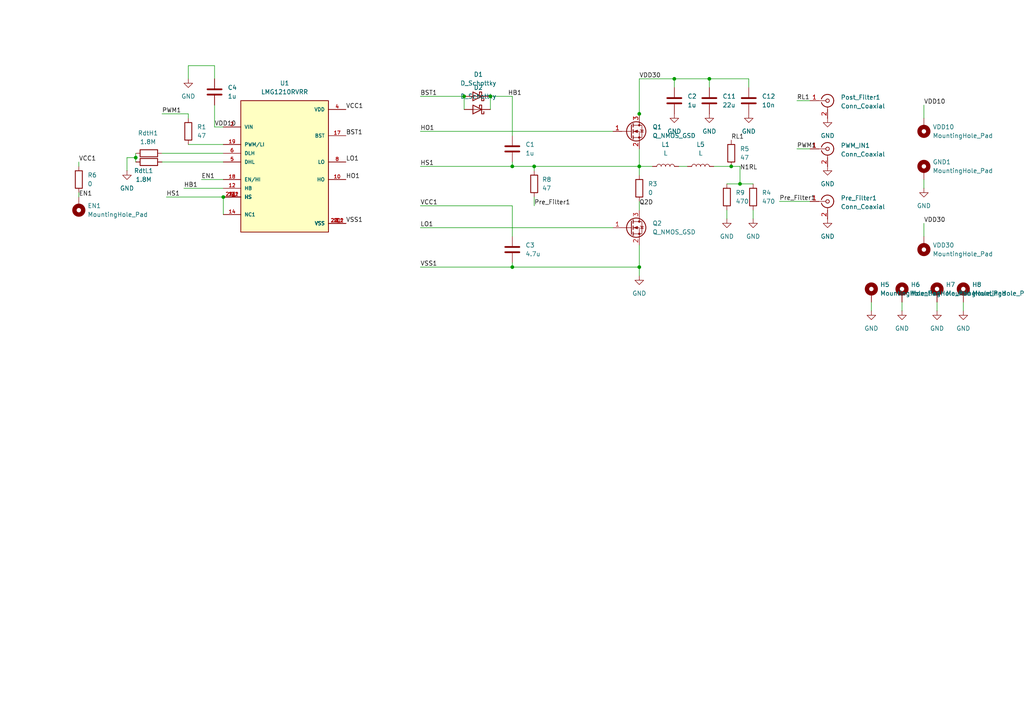
<source format=kicad_sch>
(kicad_sch (version 20231120) (generator "eeschema") (generator_version "8.0")
  (paper "A4")
  (lib_symbols
    (symbol "Connector:Conn_Coaxial" (pin_names (offset 1.016) hide)
      (property "Reference" "J" (at 0.254 3.048 0))
      (property "Value" "Conn_Coaxial" (at 2.921 0 90))
      (symbol "Conn_Coaxial_0_1"
        (arc (start -1.778 -0.508) (mid 0.2311 -1.8066) (end 1.778 0) (stroke (width 0.254)))
        (polyline (pts (xy -2.54 0) (xy -0.508 0)))
        (polyline (pts (xy 0 -2.54) (xy 0 -1.778)))
        (circle (center 0 0) (radius 0.508) (stroke (width 0.2032)))
        (arc (start 1.778 0) (mid 0.2099 1.8101) (end -1.778 0.508) (stroke (width 0.254)))
      )
      (symbol "Conn_Coaxial_1_1"
        (pin passive line (at -5.08 0 0) (length 2.54) (name "In") (number "1"))
        (pin passive line (at 0 -5.08 90) (length 2.54) (name "Ext") (number "2"))
      )
    )
    (symbol "D_Schottky_1" (pin_numbers hide) (pin_names (offset 1.016) hide)
      (property "Reference" "D1" (at -0.3175 -6.35 0))
      (property "Value" "D_Schottky" (at -0.3175 -3.81 0))
      (symbol "D_Schottky_1_0_1"
        (polyline (pts (xy 1.27 0) (xy -1.27 0)))
        (polyline (pts (xy 1.27 1.27) (xy 1.27 -1.27) (xy -1.27 0) (xy 1.27 1.27)) (stroke (width 0.254)))
        (polyline (pts (xy -1.905 0.635) (xy -1.905 1.27) (xy -1.27 1.27) (xy -1.27 -1.27) (xy -0.635 -1.27) (xy -0.635 -0.635)) (stroke (width 0.254)))
      )
      (symbol "D_Schottky_1_1_1"
        (pin passive line (at -3.81 0 0) (length 2.54) (name "K") (number "1"))
        (pin passive line (at 3.81 0 180) (length 2.54) (name "A") (number "3"))
      )
    )
    (symbol "Device:C" (pin_numbers hide) (pin_names (offset 0.254))
      (property "Reference" "C" (at 0.635 2.54 0))
      (property "Value" "C" (at 0.635 -2.54 0))
      (symbol "C_0_1"
        (polyline (pts (xy -2.032 -0.762) (xy 2.032 -0.762)) (stroke (width 0.508)))
        (polyline (pts (xy -2.032 0.762) (xy 2.032 0.762)) (stroke (width 0.508)))
      )
      (symbol "C_1_1"
        (pin passive line (at 0 3.81 270) (length 2.794) (name "~") (number "1"))
        (pin passive line (at 0 -3.81 90) (length 2.794) (name "~") (number "2"))
      )
    )
    (symbol "Device:L" (pin_numbers hide) (pin_names (offset 1.016) hide)
      (property "Reference" "L" (at -1.27 0 90))
      (property "Value" "L" (at 1.905 0 90))
      (symbol "L_0_1"
        (arc (start 0 -2.54) (mid 0.6323 -1.905) (end 0 -1.27))
        (arc (start 0 -1.27) (mid 0.6323 -0.635) (end 0 0))
        (arc (start 0 0) (mid 0.6323 0.635) (end 0 1.27))
        (arc (start 0 1.27) (mid 0.6323 1.905) (end 0 2.54))
      )
      (symbol "L_1_1"
        (pin passive line (at 0 3.81 270) (length 1.27) (name "1") (number "1"))
        (pin passive line (at 0 -3.81 90) (length 1.27) (name "2") (number "2"))
      )
    )
    (symbol "Device:Q_NMOS_GSD" (pin_names (offset 0) hide)
      (property "Reference" "Q" (at 5.08 1.27 0))
      (property "Value" "Q_NMOS_GSD" (at 5.08 -1.27 0))
      (symbol "Q_NMOS_GSD_0_1"
        (polyline (pts (xy 0.254 0) (xy -2.54 0)))
        (polyline (pts (xy 0.254 1.905) (xy 0.254 -1.905)) (stroke (width 0.254)))
        (polyline (pts (xy 0.762 -1.27) (xy 0.762 -2.286)) (stroke (width 0.254)))
        (polyline (pts (xy 0.762 0.508) (xy 0.762 -0.508)) (stroke (width 0.254)))
        (polyline (pts (xy 0.762 2.286) (xy 0.762 1.27)) (stroke (width 0.254)))
        (polyline (pts (xy 2.54 2.54) (xy 2.54 1.778)))
        (polyline (pts (xy 2.54 -2.54) (xy 2.54 0) (xy 0.762 0)))
        (polyline (pts (xy 0.762 -1.778) (xy 3.302 -1.778) (xy 3.302 1.778) (xy 0.762 1.778)))
        (polyline (pts (xy 1.016 0) (xy 2.032 0.381) (xy 2.032 -0.381) (xy 1.016 0)) (fill (type outline)))
        (polyline (pts (xy 2.794 0.508) (xy 2.921 0.381) (xy 3.683 0.381) (xy 3.81 0.254)))
        (polyline (pts (xy 3.302 0.381) (xy 2.921 -0.254) (xy 3.683 -0.254) (xy 3.302 0.381)))
        (circle (center 1.651 0) (radius 2.794) (stroke (width 0.254)))
        (circle (center 2.54 -1.778) (radius 0.254) (fill (type outline)))
        (circle (center 2.54 1.778) (radius 0.254) (fill (type outline)))
      )
      (symbol "Q_NMOS_GSD_1_1"
        (pin input line (at -5.08 0 0) (length 2.54) (name "G") (number "1"))
        (pin passive line (at 2.54 -5.08 90) (length 2.54) (name "S") (number "2"))
        (pin passive line (at 2.54 5.08 270) (length 2.54) (name "D") (number "3"))
      )
    )
    (symbol "Device:R" (pin_numbers hide) (pin_names (offset 0))
      (property "Reference" "R" (at 2.032 0 90))
      (property "Value" "R" (at 0 0 90))
      (symbol "R_0_1"
        (rectangle (start -1.016 -2.54) (end 1.016 2.54) (stroke (width 0.254)))
      )
      (symbol "R_1_1"
        (pin passive line (at 0 3.81 270) (length 1.27) (name "~") (number "1"))
        (pin passive line (at 0 -3.81 90) (length 1.27) (name "~") (number "2"))
      )
    )
    (symbol "LMG1210RVRR:LMG1210RVRR" (pin_names (offset 1.016))
      (property "Reference" "U" (at -12.7 21.082 0))
      (property "Value" "LMG1210RVRR" (at -12.7 -19.05 0))
      (symbol "LMG1210RVRR_0_0"
        (rectangle (start -12.7 -17.78) (end 12.7 20.32) (stroke (width 0.254)) (fill (type background)))
        (pin output line (at 17.78 -2.54 180) (length 5.08) (name "HO") (number "10"))
        (pin input line (at -17.78 -5.08 0) (length 5.08) (name "HB") (number "12"))
        (pin input line (at -17.78 -7.62 0) (length 5.08) (name "HS") (number "13"))
        (pin passive line (at -17.78 -12.7 0) (length 5.08) (name "NC1") (number "14"))
        (pin input line (at -17.78 -7.62 0) (length 5.08) (name "HS") (number "16"))
        (pin output line (at 17.78 10.16 180) (length 5.08) (name "BST") (number "17"))
        (pin input line (at -17.78 -2.54 0) (length 5.08) (name "EN/HI") (number "18"))
        (pin input line (at -17.78 7.62 0) (length 5.08) (name "PWM/LI") (number "19"))
        (pin input line (at -17.78 12.7 0) (length 5.08) (name "VIN") (number "2"))
        (pin power_in line (at 17.78 -15.24 180) (length 5.08) (name "VSS") (number "20"))
        (pin power_in line (at 17.78 -15.24 180) (length 5.08) (name "VSS") (number "20_1"))
        (pin power_in line (at 17.78 -15.24 180) (length 5.08) (name "VSS") (number "20_2"))
        (pin input line (at -17.78 -7.62 0) (length 5.08) (name "HS") (number "21"))
        (pin input line (at -17.78 -7.62 0) (length 5.08) (name "HS") (number "21_1"))
        (pin input line (at -17.78 -7.62 0) (length 5.08) (name "HS") (number "21_2"))
        (pin power_in line (at 17.78 -15.24 180) (length 5.08) (name "VSS") (number "3"))
        (pin power_in line (at 17.78 17.78 180) (length 5.08) (name "VDD") (number "4"))
        (pin input line (at -17.78 2.54 0) (length 5.08) (name "DHL") (number "5"))
        (pin input line (at -17.78 5.08 0) (length 5.08) (name "DLH") (number "6"))
        (pin power_in line (at 17.78 -15.24 180) (length 5.08) (name "VSS") (number "7"))
        (pin output line (at 17.78 2.54 180) (length 5.08) (name "LO") (number "8"))
        (pin input line (at -17.78 -7.62 0) (length 5.08) (name "HS") (number "9"))
      )
    )
    (symbol "Mechanical:MountingHole_Pad" (pin_numbers hide) (pin_names (offset 1.016) hide) (exclude_from_sim yes) (in_bom no)
      (property "Reference" "H" (at 0 6.35 0))
      (property "Value" "MountingHole_Pad" (at 0 4.445 0))
      (symbol "MountingHole_Pad_0_1"
        (circle (center 0 1.27) (radius 1.27) (stroke (width 1.27)))
      )
      (symbol "MountingHole_Pad_1_1"
        (pin input line (at 0 -2.54 90) (length 2.54) (name "1") (number "1"))
      )
    )
    (symbol "power:GND" (power) (pin_numbers hide) (pin_names (offset 0) hide)
      (property "Value" "GND" (at 0 -3.81 0))
      (symbol "GND_0_1"
        (polyline (pts (xy 0 0) (xy 0 -1.27) (xy 1.27 -1.27) (xy 0 -2.54) (xy -1.27 -1.27) (xy 0 -1.27)))
      )
      (symbol "GND_1_1"
        (pin power_in line (at 0 0 270) (length 0) (name "~") (number "1"))
      )
    )
  )
  (junction (at 64.77 57.15))
  (junction (at 148.59 48.26))
  (junction (at 185.42 33.02))
  (junction (at 148.59 77.47))
  (junction (at 154.94 48.26))
  (junction (at 142.24 27.94))
  (junction (at 214.63 53.34))
  (junction (at 212.09 48.26))
  (junction (at 134.62 27.94))
  (junction (at 185.42 77.47))
  (junction (at 185.42 48.26))
  (junction (at 195.58 22.86))
  (junction (at 205.74 22.86))
  (junction (at 39.37 45.72))
  (wire (pts (xy 212.09 48.26) (xy 214.63 48.26)))
  (wire (pts (xy 148.59 48.26) (xy 154.94 48.26)))
  (wire (pts (xy 154.94 48.26) (xy 185.42 48.26)))
  (wire (pts (xy 195.58 22.86) (xy 205.74 22.86)))
  (wire (pts (xy 185.42 43.18) (xy 185.42 48.26)))
  (wire (pts (xy 205.74 22.86) (xy 205.74 25.4)))
  (wire (pts (xy 261.62 87.63) (xy 261.62 90.17)))
  (wire (pts (xy 154.94 57.15) (xy 154.94 59.69)))
  (wire (pts (xy 185.42 22.86) (xy 185.42 33.02)))
  (wire (pts (xy 134.62 27.94) (xy 134.62 31.75)))
  (wire (pts (xy 271.78 87.63) (xy 271.78 90.17)))
  (wire (pts (xy 148.59 27.94) (xy 148.59 39.37)))
  (wire (pts (xy 279.4 87.63) (xy 279.4 90.17)))
  (wire (pts (xy 252.73 87.63) (xy 252.73 90.17)))
  (wire (pts (xy 148.59 68.58) (xy 148.59 59.69)))
  (wire (pts (xy 64.77 36.83) (xy 62.23 36.83)))
  (wire (pts (xy 205.74 22.86) (xy 217.17 22.86)))
  (wire (pts (xy 121.92 77.47) (xy 148.59 77.47)))
  (wire (pts (xy 210.82 60.96) (xy 210.82 63.5)))
  (wire (pts (xy 231.14 43.18) (xy 234.95 43.18)))
  (wire (pts (xy 218.44 60.96) (xy 218.44 63.5)))
  (wire (pts (xy 267.97 30.48) (xy 267.97 34.29)))
  (wire (pts (xy 185.42 77.47) (xy 185.42 80.01)))
  (wire (pts (xy 64.77 57.15) (xy 64.77 62.23)))
  (wire (pts (xy 36.83 45.72) (xy 36.83 49.53)))
  (wire (pts (xy 185.42 33.02) (xy 185.42 34.29)))
  (wire (pts (xy 46.99 44.45) (xy 64.77 44.45)))
  (wire (pts (xy 22.86 46.99) (xy 22.86 48.26)))
  (wire (pts (xy 121.92 27.94) (xy 134.62 27.94)))
  (wire (pts (xy 267.97 64.77) (xy 267.97 68.58)))
  (wire (pts (xy 185.42 58.42) (xy 185.42 60.96)))
  (wire (pts (xy 39.37 45.72) (xy 39.37 46.99)))
  (wire (pts (xy 214.63 53.34) (xy 214.63 48.26)))
  (wire (pts (xy 196.85 48.26) (xy 199.39 48.26)))
  (wire (pts (xy 214.63 53.34) (xy 218.44 53.34)))
  (wire (pts (xy 48.26 57.15) (xy 64.77 57.15)))
  (wire (pts (xy 210.82 53.34) (xy 214.63 53.34)))
  (wire (pts (xy 148.59 48.26) (xy 148.59 46.99)))
  (wire (pts (xy 62.23 36.83) (xy 62.23 30.48)))
  (wire (pts (xy 185.42 48.26) (xy 185.42 50.8)))
  (wire (pts (xy 207.01 48.26) (xy 212.09 48.26)))
  (wire (pts (xy 54.61 41.91) (xy 64.77 41.91)))
  (wire (pts (xy 121.92 59.69) (xy 148.59 59.69)))
  (wire (pts (xy 58.42 52.07) (xy 64.77 52.07)))
  (wire (pts (xy 121.92 38.1) (xy 177.8 38.1)))
  (wire (pts (xy 39.37 44.45) (xy 39.37 45.72)))
  (wire (pts (xy 185.42 71.12) (xy 185.42 77.47)))
  (wire (pts (xy 46.99 33.02) (xy 54.61 33.02)))
  (wire (pts (xy 62.23 19.05) (xy 62.23 22.86)))
  (wire (pts (xy 185.42 22.86) (xy 195.58 22.86)))
  (wire (pts (xy 22.86 55.88) (xy 22.86 57.15)))
  (wire (pts (xy 217.17 22.86) (xy 217.17 25.4)))
  (wire (pts (xy 54.61 22.86) (xy 54.61 19.05)))
  (wire (pts (xy 267.97 52.07) (xy 267.97 54.61)))
  (wire (pts (xy 226.06 58.42) (xy 234.95 58.42)))
  (wire (pts (xy 39.37 45.72) (xy 36.83 45.72)))
  (wire (pts (xy 154.94 49.53) (xy 154.94 48.26)))
  (wire (pts (xy 54.61 19.05) (xy 62.23 19.05)))
  (wire (pts (xy 53.34 54.61) (xy 64.77 54.61)))
  (wire (pts (xy 121.92 48.26) (xy 148.59 48.26)))
  (wire (pts (xy 231.14 29.21) (xy 234.95 29.21)))
  (wire (pts (xy 54.61 33.02) (xy 54.61 34.29)))
  (wire (pts (xy 142.24 27.94) (xy 142.24 31.75)))
  (wire (pts (xy 142.24 27.94) (xy 148.59 27.94)))
  (wire (pts (xy 185.42 48.26) (xy 189.23 48.26)))
  (wire (pts (xy 195.58 22.86) (xy 195.58 25.4)))
  (wire (pts (xy 148.59 76.2) (xy 148.59 77.47)))
  (wire (pts (xy 148.59 77.47) (xy 185.42 77.47)))
  (wire (pts (xy 121.92 66.04) (xy 177.8 66.04)))
  (wire (pts (xy 46.99 46.99) (xy 64.77 46.99)))
  (label "VCC1" (at 121.92 59.69 0))
  (label "VDD30" (at 267.97 64.77 0))
  (label "HO1" (at 121.92 38.1 0))
  (label "HB1" (at 147.32 27.94 0))
  (label "VSS1" (at 121.92 77.47 0))
  (label "VDD10" (at 267.97 30.48 0))
  (label "HB1" (at 53.34 54.61 0))
  (label "PWM1" (at 46.99 33.02 0))
  (label "N1RL" (at 214.63 49.53 0))
  (label "RL1" (at 212.09 40.64 0))
  (label "BST1" (at 100.33 39.37 0))
  (label "Pre_Filter1" (at 154.94 59.69 0))
  (label "VDD10" (at 62.23 36.83 0))
  (label "HS1" (at 48.26 57.15 0))
  (label "EN1" (at 22.86 57.15 0))
  (label "BST1" (at 121.92 27.94 0))
  (label "VDD30" (at 185.42 22.86 0))
  (label "RL1" (at 231.14 29.21 0))
  (label "Pre_Filter1" (at 226.06 58.42 0))
  (label "LO1" (at 100.33 46.99 0))
  (label "Q2D" (at 185.42 59.69 0))
  (label "VCC1" (at 22.86 46.99 0))
  (label "LO1" (at 121.92 66.04 0))
  (label "PWM1" (at 231.14 43.18 0))
  (label "VCC1" (at 100.33 31.75 0))
  (label "EN1" (at 58.42 52.07 0))
  (label "VSS1" (at 100.33 64.77 0))
  (label "HO1" (at 100.33 52.07 0))
  (label "HS1" (at 121.92 48.26 0))
  (symbol (lib_id "power:GND") (at 185.42 80.01 0) (unit 1)
    (property "Reference" "#PWR01" (effects (hide yes)))
    (property "Value" "GND" (at 185.42 85.09 0))
    (property "Description" "Power symbol creates a global label with name \"GND\" , ground" (effects (hide yes)))
  )
  (symbol (lib_id "Connector:Conn_Coaxial") (at 240.03 29.21 0) (unit 1)
    (property "Reference" "Post_Filter1" (at 243.84 28.2331 0) (effects (justify left)))
    (property "Value" "Conn_Coaxial" (at 243.84 30.7731 0) (effects (justify left)))
    (property "Footprint" "Connector_Coaxial:U.FL_Molex_MCRF_73412-0110_Vertical" (effects (hide yes)))
    (property "Description" "coaxial connector (BNC, SMA, SMB, SMC, Cinch/RCA, LEMO, ...)" (effects (hide yes)))
  )
  (symbol (lib_id "Mechanical:MountingHole_Pad") (at 267.97 49.53 0) (unit 1) (exclude_from_sim yes) (in_bom no)
    (property "Reference" "GND1" (at 270.51 46.9899 0) (effects (justify left)))
    (property "Value" "MountingHole_Pad" (at 270.51 49.5299 0) (effects (justify left)))
    (property "Footprint" "MountingHole:MountingHole_2.5mm_Pad_TopBottom" (effects (hide yes)))
    (property "Description" "Mounting Hole with connection" (effects (hide yes)))
  )
  (symbol (lib_id "Mechanical:MountingHole_Pad") (at 261.62 85.09 0) (unit 1) (exclude_from_sim yes) (in_bom no)
    (property "Reference" "H6" (at 264.16 82.5499 0) (effects (justify left)))
    (property "Value" "MountingHole_Pad" (at 264.16 85.0899 0) (effects (justify left)))
    (property "Footprint" "MountingHole:MountingHole_4.3mm_M4_DIN965_Pad_TopBottom" (effects (hide yes)))
    (property "Description" "Mounting Hole with connection" (effects (hide yes)))
  )
  (symbol (lib_id "Device:R") (at 22.86 52.07 180) (unit 1)
    (property "Reference" "R6" (at 25.4 50.7999 0) (effects (justify right)))
    (property "Value" "0" (at 25.4 53.3399 0) (effects (justify right)))
    (property "Footprint" "Resistor_SMD:R_0805_2012Metric" (effects (hide yes)))
    (property "Description" "Resistor" (effects (hide yes)))
  )
  (symbol (lib_id "Device:L") (at 193.04 48.26 90) (unit 1)
    (property "Reference" "L1" (at 193.04 41.91 90))
    (property "Value" "L" (at 193.04 44.45 90))
    (property "Footprint" "Inductor_SMD:L_Vishay_IHLP-1212" (effects (hide yes)))
    (property "Description" "Inductor" (effects (hide yes)))
  )
  (symbol (lib_id "Device:C") (at 148.59 43.18 0) (unit 1)
    (property "Reference" "C1" (at 152.4 41.9099 0) (effects (justify left)))
    (property "Value" "1u" (at 152.4 44.4499 0) (effects (justify left)))
    (property "Footprint" "Capacitor_SMD:C_0402_1005Metric" (effects (hide yes)))
    (property "Description" "Unpolarized capacitor" (effects (hide yes)))
  )
  (symbol (lib_id "Device:R") (at 210.82 57.15 180) (unit 1)
    (property "Reference" "R9" (at 213.36 55.8799 0) (effects (justify right)))
    (property "Value" "470" (at 213.36 58.4199 0) (effects (justify right)))
    (property "Footprint" "MyResistors:RWS5" (effects (hide yes)))
    (property "Description" "Resistor" (effects (hide yes)))
  )
  (symbol (lib_id "Device:R") (at 43.18 44.45 90) (unit 1)
    (property "Reference" "RdtH1" (at 42.926 38.608 90))
    (property "Value" "1.8M" (at 42.926 41.148 90))
    (property "Footprint" "Resistor_SMD:R_0402_1005Metric" (effects (hide yes)))
    (property "Description" "Resistor" (effects (hide yes)))
  )
  (symbol (lib_id "power:GND") (at 54.61 22.86 0) (unit 1)
    (property "Reference" "#PWR04" (effects (hide yes)))
    (property "Value" "GND" (at 54.61 27.94 0))
    (property "Description" "Power symbol creates a global label with name \"GND\" , ground" (effects (hide yes)))
  )
  (symbol (lib_id "power:GND") (at 240.03 63.5 0) (unit 1)
    (property "Reference" "#PWR010" (effects (hide yes)))
    (property "Value" "GND" (at 240.03 68.58 0))
    (property "Description" "Power symbol creates a global label with name \"GND\" , ground" (effects (hide yes)))
  )
  (symbol (lib_id "Connector:Conn_Coaxial") (at 240.03 43.18 0) (unit 1)
    (property "Reference" "PWM_IN1" (at 243.84 42.2031 0) (effects (justify left)))
    (property "Value" "Conn_Coaxial" (at 243.84 44.7431 0) (effects (justify left)))
    (property "Footprint" "Connector_Coaxial:U.FL_Molex_MCRF_73412-0110_Vertical" (effects (hide yes)))
    (property "Description" "coaxial connector (BNC, SMA, SMB, SMC, Cinch/RCA, LEMO, ...)" (effects (hide yes)))
  )
  (symbol (lib_id "power:GND") (at 210.82 63.5 0) (unit 1)
    (property "Reference" "#PWR07" (effects (hide yes)))
    (property "Value" "GND" (at 210.82 68.58 0))
    (property "Description" "Power symbol creates a global label with name \"GND\" , ground" (effects (hide yes)))
  )
  (symbol (lib_id "power:GND") (at 36.83 49.53 0) (unit 1)
    (property "Reference" "#PWR02" (effects (hide yes)))
    (property "Value" "GND" (at 36.83 54.61 0))
    (property "Description" "Power symbol creates a global label with name \"GND\" , ground" (effects (hide yes)))
  )
  (symbol (lib_id "power:GND") (at 240.03 48.26 0) (unit 1)
    (property "Reference" "#PWR05" (effects (hide yes)))
    (property "Value" "GND" (at 240.03 53.34 0))
    (property "Description" "Power symbol creates a global label with name \"GND\" , ground" (effects (hide yes)))
  )
  (symbol (lib_name "D_Schottky_1") (lib_id "Device:D_Schottky") (at 138.43 31.75 180) (unit 1)
    (property "Reference" "D2" (at 138.7475 25.4 0))
    (property "Value" "D_Schottky" (at 138.7475 27.94 0))
    (property "Footprint" "Package_TO_SOT_SMD:SOT-323_SC-70" (effects (hide yes)))
    (property "Description" "Schottky diode" (effects (hide yes)))
  )
  (symbol (lib_id "Mechanical:MountingHole_Pad") (at 267.97 36.83 180) (unit 1) (exclude_from_sim yes) (in_bom no)
    (property "Reference" "VDD10" (at 270.51 36.8299 0) (effects (justify right)))
    (property "Value" "MountingHole_Pad" (at 270.51 39.3699 0) (effects (justify right)))
    (property "Footprint" "TestPoint:TestPoint_THTPad_D2.5mm_Drill1.2mm" (effects (hide yes)))
    (property "Description" "Mounting Hole with connection" (effects (hide yes)))
  )
  (symbol (lib_id "Device:R") (at 154.94 53.34 180) (unit 1)
    (property "Reference" "R8" (at 157.226 52.07 0) (effects (justify right)))
    (property "Value" "47" (at 157.226 54.61 0) (effects (justify right)))
    (property "Footprint" "Resistor_SMD:R_0402_1005Metric" (effects (hide yes)))
    (property "Description" "Resistor" (effects (hide yes)))
  )
  (symbol (lib_id "Device:R") (at 212.09 44.45 180) (unit 1)
    (property "Reference" "R5" (at 214.63 43.1799 0) (effects (justify right)))
    (property "Value" "47" (at 214.63 45.7199 0) (effects (justify right)))
    (property "Footprint" "Resistor_SMD:R_0402_1005Metric" (effects (hide yes)))
    (property "Description" "Resistor" (effects (hide yes)))
  )
  (symbol (lib_id "power:GND") (at 217.17 33.02 0) (unit 1)
    (property "Reference" "#PWR014" (effects (hide yes)))
    (property "Value" "GND" (at 217.17 38.1 0))
    (property "Description" "Power symbol creates a global label with name \"GND\" , ground" (effects (hide yes)))
  )
  (symbol (lib_id "Device:C") (at 217.17 29.21 0) (unit 1)
    (property "Reference" "C12" (at 220.98 27.9399 0) (effects (justify left)))
    (property "Value" "10n" (at 220.98 30.4799 0) (effects (justify left)))
    (property "Footprint" "Capacitor_SMD:C_0805_2012Metric" (effects (hide yes)))
    (property "Description" "Unpolarized capacitor" (effects (hide yes)))
  )
  (symbol (lib_id "Mechanical:MountingHole_Pad") (at 252.73 85.09 0) (unit 1) (exclude_from_sim yes) (in_bom no)
    (property "Reference" "H5" (at 255.27 82.5499 0) (effects (justify left)))
    (property "Value" "MountingHole_Pad" (at 255.27 85.0899 0) (effects (justify left)))
    (property "Footprint" "MountingHole:MountingHole_4.3mm_M4_DIN965_Pad_TopBottom" (effects (hide yes)))
    (property "Description" "Mounting Hole with connection" (effects (hide yes)))
  )
  (symbol (lib_id "power:GND") (at 195.58 33.02 0) (unit 1)
    (property "Reference" "#PWR012" (effects (hide yes)))
    (property "Value" "GND" (at 195.58 38.1 0))
    (property "Description" "Power symbol creates a global label with name \"GND\" , ground" (effects (hide yes)))
  )
  (symbol (lib_id "power:GND") (at 279.4 90.17 0) (unit 1)
    (property "Reference" "#PWR016" (effects (hide yes)))
    (property "Value" "GND" (at 279.4 95.25 0))
    (property "Description" "Power symbol creates a global label with name \"GND\" , ground" (effects (hide yes)))
  )
  (symbol (lib_id "Device:R") (at 54.61 38.1 180) (unit 1)
    (property "Reference" "R1" (at 57.15 36.8299 0) (effects (justify right)))
    (property "Value" "47" (at 57.15 39.3699 0) (effects (justify right)))
    (property "Footprint" "Resistor_SMD:R_0402_1005Metric" (effects (hide yes)))
    (property "Description" "Resistor" (effects (hide yes)))
  )
  (symbol (lib_id "power:GND") (at 261.62 90.17 0) (unit 1)
    (property "Reference" "#PWR011" (effects (hide yes)))
    (property "Value" "GND" (at 261.62 95.25 0))
    (property "Description" "Power symbol creates a global label with name \"GND\" , ground" (effects (hide yes)))
  )
  (symbol (lib_id "Connector:Conn_Coaxial") (at 240.03 58.42 0) (unit 1)
    (property "Reference" "Pre_Filter1" (at 243.84 57.4431 0) (effects (justify left)))
    (property "Value" "Conn_Coaxial" (at 243.84 59.9831 0) (effects (justify left)))
    (property "Footprint" "Connector_Coaxial:U.FL_Molex_MCRF_73412-0110_Vertical" (effects (hide yes)))
    (property "Description" "coaxial connector (BNC, SMA, SMB, SMC, Cinch/RCA, LEMO, ...)" (effects (hide yes)))
  )
  (symbol (lib_id "Device:Q_NMOS_GSD") (at 182.88 38.1 0) (unit 1)
    (property "Reference" "Q1" (at 189.23 36.8299 0) (effects (justify left)))
    (property "Value" "Q_NMOS_GSD" (at 189.23 39.3699 0) (effects (justify left)))
    (property "Footprint" "MyResistors:EPC8009" (effects (hide yes)))
    (property "Description" "N-MOSFET transistor, gate/source/drain" (effects (hide yes)))
  )
  (symbol (lib_id "Device:C") (at 195.58 29.21 0) (unit 1)
    (property "Reference" "C2" (at 199.39 27.9399 0) (effects (justify left)))
    (property "Value" "1u" (at 199.39 30.4799 0) (effects (justify left)))
    (property "Footprint" "Capacitor_SMD:C_0805_2012Metric" (effects (hide yes)))
    (property "Description" "Unpolarized capacitor" (effects (hide yes)))
  )
  (symbol (lib_id "Mechanical:MountingHole_Pad") (at 267.97 71.12 180) (unit 1) (exclude_from_sim yes) (in_bom no)
    (property "Reference" "VDD30" (at 270.51 71.1199 0) (effects (justify right)))
    (property "Value" "MountingHole_Pad" (at 270.51 73.6599 0) (effects (justify right)))
    (property "Footprint" "MountingHole:MountingHole_2.5mm_Pad_TopBottom" (effects (hide yes)))
    (property "Description" "Mounting Hole with connection" (effects (hide yes)))
  )
  (symbol (lib_name "D_Schottky_1") (lib_id "Device:D_Schottky") (at 138.43 27.94 180) (unit 1)
    (property "Reference" "D1" (at 138.7475 21.59 0))
    (property "Value" "D_Schottky" (at 138.7475 24.13 0))
    (property "Footprint" "Package_TO_SOT_SMD:SOT-323_SC-70" (effects (hide yes)))
    (property "Description" "Schottky diode" (effects (hide yes)))
  )
  (symbol (lib_id "power:GND") (at 218.44 63.5 0) (unit 1)
    (property "Reference" "#PWR08" (effects (hide yes)))
    (property "Value" "GND" (at 218.44 68.58 0))
    (property "Description" "Power symbol creates a global label with name \"GND\" , ground" (effects (hide yes)))
  )
  (symbol (lib_id "power:GND") (at 267.97 54.61 0) (unit 1)
    (property "Reference" "#PWR06" (effects (hide yes)))
    (property "Value" "GND" (at 267.97 59.69 0))
    (property "Description" "Power symbol creates a global label with name \"GND\" , ground" (effects (hide yes)))
  )
  (symbol (lib_id "Mechanical:MountingHole_Pad") (at 22.86 59.69 180) (unit 1) (exclude_from_sim yes) (in_bom no)
    (property "Reference" "EN1" (at 25.4 59.6899 0) (effects (justify right)))
    (property "Value" "MountingHole_Pad" (at 25.4 62.2299 0) (effects (justify right)))
    (property "Footprint" "TestPoint:TestPoint_THTPad_D2.5mm_Drill1.2mm" (effects (hide yes)))
    (property "Description" "Mounting Hole with connection" (effects (hide yes)))
  )
  (symbol (lib_id "Device:R") (at 43.18 46.99 90) (unit 1)
    (property "Reference" "RdtL1" (at 41.656 49.53 90))
    (property "Value" "1.8M" (at 41.656 52.07 90))
    (property "Footprint" "Resistor_SMD:R_0402_1005Metric" (effects (hide yes)))
    (property "Description" "Resistor" (effects (hide yes)))
  )
  (symbol (lib_id "Device:Q_NMOS_GSD") (at 182.88 66.04 0) (unit 1)
    (property "Reference" "Q2" (at 189.23 64.7699 0) (effects (justify left)))
    (property "Value" "Q_NMOS_GSD" (at 189.23 67.3099 0) (effects (justify left)))
    (property "Footprint" "MyResistors:EPC8009" (effects (hide yes)))
    (property "Description" "N-MOSFET transistor, gate/source/drain" (effects (hide yes)))
  )
  (symbol (lib_id "LMG1210RVRR:LMG1210RVRR") (at 82.55 49.53 0) (unit 1)
    (property "Reference" "U1" (at 82.55 24.13 0))
    (property "Value" "LMG1210RVRR" (at 82.55 26.67 0))
    (property "Footprint" "Drivers:IC_LMG1210RVRR" (effects (hide yes)))
    (property "MF" "Texas Instruments" (effects (hide yes)))
    (property "MAXIMUM_PACKAGE_HEIGHT" "0.8mm" (effects (hide yes)))
    (property "Package" "WQFN-19 Texas Instruments" (effects (hide yes)))
    (property "Price" "None" (effects (hide yes)))
    (property "Check_prices" "https://www.snapeda.com/parts/LMG1210RVRR/Texas+Instruments/view-part/?ref=eda" (effects (hide yes)))
    (property "STANDARD" "Manufacturer Recommendations" (effects (hide yes)))
    (property "PARTREV" "D" (effects (hide yes)))
    (property "SnapEDA_Link" "https://www.snapeda.com/parts/LMG1210RVRR/Texas+Instruments/view-part/?ref=snap" (effects (hide yes)))
    (property "MP" "LMG1210RVRR" (effects (hide yes)))
    (property "Purchase-URL" "https://www.snapeda.com/api/url_track_click_mouser/?unipart_id=2893599&manufacturer=Texas Instruments&part_name=LMG1210RVRR&search_term=lmg1210" (effects (hide yes)))
    (property "Description_1" "\n1.5-A, 3-A, 200-V half bridge gate driver, 5-V UVLO and programmable dead-time for GaNFET and MOSFET\n" (effects (hide yes)))
    (property "Availability" "In Stock" (effects (hide yes)))
    (property "MANUFACTURER" "Texas Instruments" (effects (hide yes)))
  )
  (symbol (lib_id "power:GND") (at 252.73 90.17 0) (unit 1)
    (property "Reference" "#PWR03" (effects (hide yes)))
    (property "Value" "GND" (at 252.73 95.25 0))
    (property "Description" "Power symbol creates a global label with name \"GND\" , ground" (effects (hide yes)))
  )
  (symbol (lib_id "Device:R") (at 185.42 54.61 180) (unit 1)
    (property "Reference" "R3" (at 187.96 53.3399 0) (effects (justify right)))
    (property "Value" "0" (at 187.96 55.8799 0) (effects (justify right)))
    (property "Footprint" "Resistor_SMD:R_0805_2012Metric" (effects (hide yes)))
    (property "Description" "Resistor" (effects (hide yes)))
  )
  (symbol (lib_id "Device:L") (at 203.2 48.26 90) (unit 1)
    (property "Reference" "L5" (at 203.2 41.91 90))
    (property "Value" "L" (at 203.2 44.45 90))
    (property "Footprint" "Inductor_SMD:L_Vishay_IHLP-1212" (effects (hide yes)))
    (property "Description" "Inductor" (effects (hide yes)))
  )
  (symbol (lib_id "Mechanical:MountingHole_Pad") (at 271.78 85.09 0) (unit 1) (exclude_from_sim yes) (in_bom no)
    (property "Reference" "H7" (at 274.32 82.5499 0) (effects (justify left)))
    (property "Value" "MountingHole_Pad" (at 274.32 85.0899 0) (effects (justify left)))
    (property "Footprint" "MountingHole:MountingHole_4.3mm_M4_DIN965_Pad_TopBottom" (effects (hide yes)))
    (property "Description" "Mounting Hole with connection" (effects (hide yes)))
  )
  (symbol (lib_id "Device:C") (at 205.74 29.21 0) (unit 1)
    (property "Reference" "C11" (at 209.55 27.9399 0) (effects (justify left)))
    (property "Value" "22u" (at 209.55 30.4799 0) (effects (justify left)))
    (property "Footprint" "Capacitor_SMD:C_2220_5750Metric" (effects (hide yes)))
    (property "Description" "Unpolarized capacitor" (effects (hide yes)))
  )
  (symbol (lib_id "Device:R") (at 218.44 57.15 180) (unit 1)
    (property "Reference" "R4" (at 220.98 55.8799 0) (effects (justify right)))
    (property "Value" "470" (at 220.98 58.4199 0) (effects (justify right)))
    (property "Footprint" "MyResistors:RWS5" (effects (hide yes)))
    (property "Description" "Resistor" (effects (hide yes)))
  )
  (symbol (lib_id "power:GND") (at 240.03 34.29 0) (unit 1)
    (property "Reference" "#PWR09" (effects (hide yes)))
    (property "Value" "GND" (at 240.03 39.37 0))
    (property "Description" "Power symbol creates a global label with name \"GND\" , ground" (effects (hide yes)))
  )
  (symbol (lib_id "power:GND") (at 205.74 33.02 0) (unit 1)
    (property "Reference" "#PWR013" (effects (hide yes)))
    (property "Value" "GND" (at 205.74 38.1 0))
    (property "Description" "Power symbol creates a global label with name \"GND\" , ground" (effects (hide yes)))
  )
  (symbol (lib_id "power:GND") (at 271.78 90.17 0) (unit 1)
    (property "Reference" "#PWR015" (effects (hide yes)))
    (property "Value" "GND" (at 271.78 95.25 0))
    (property "Description" "Power symbol creates a global label with name \"GND\" , ground" (effects (hide yes)))
  )
  (symbol (lib_id "Device:C") (at 148.59 72.39 0) (unit 1)
    (property "Reference" "C3" (at 152.4 71.1199 0) (effects (justify left)))
    (property "Value" "4.7u" (at 152.4 73.6599 0) (effects (justify left)))
    (property "Footprint" "Capacitor_SMD:C_0402_1005Metric" (effects (hide yes)))
    (property "Description" "Unpolarized capacitor" (effects (hide yes)))
  )
  (symbol (lib_id "Mechanical:MountingHole_Pad") (at 279.4 85.09 0) (unit 1) (exclude_from_sim yes) (in_bom no)
    (property "Reference" "H8" (at 281.94 82.5499 0) (effects (justify left)))
    (property "Value" "MountingHole_Pad" (at 281.94 85.0899 0) (effects (justify left)))
    (property "Footprint" "MountingHole:MountingHole_4.3mm_M4_DIN965_Pad_TopBottom" (effects (hide yes)))
    (property "Description" "Mounting Hole with connection" (effects (hide yes)))
  )
  (symbol (lib_id "Device:C") (at 62.23 26.67 0) (unit 1)
    (property "Reference" "C4" (at 66.04 25.3999 0) (effects (justify left)))
    (property "Value" "1u" (at 66.04 27.9399 0) (effects (justify left)))
    (property "Footprint" "Capacitor_SMD:C_0402_1005Metric" (effects (hide yes)))
    (property "Description" "Unpolarized capacitor" (effects (hide yes)))
  )
)
</source>
